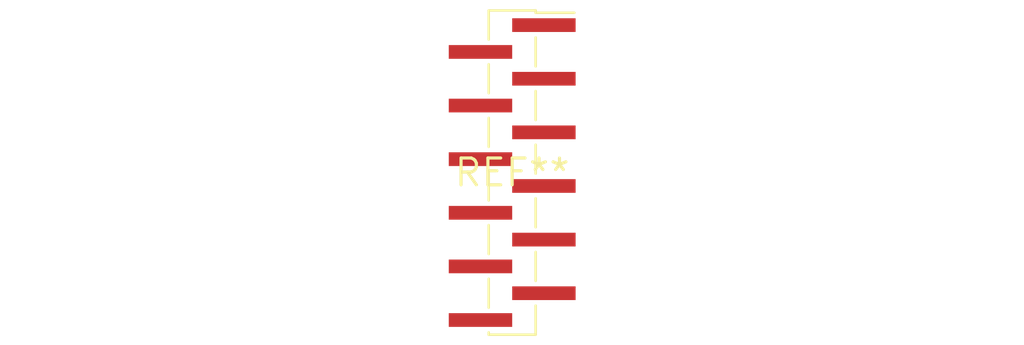
<source format=kicad_pcb>
(kicad_pcb (version 20240108) (generator pcbnew)
  (layers (0 "F.Cu" signal) (31 "B.Cu" signal) (34 "B.Paste" user) (35 "F.Paste" user) (36 "B.SilkS" user "B.Silkscreen") (37 "F.SilkS" user "F.Silkscreen") (38 "B.Mask" user) (39 "F.Mask" user) (44 "Edge.Cuts" user))
  (net 0 "")
  (footprint "PinHeader_1x12_P1.27mm_Vertical_SMD_Pin1Right" (layer "F.Cu") (at 0 0)
    (property "Reference" "REF**")
    (property "Value" "PinHeader_1x12_P1.27mm_Vertical_SMD_Pin1Right")
    (fp_line (start -1.11 -7.68) (end 1.11 -7.68) (layer "F.SilkS") (stroke (width 0.12)))
    (fp_line (start -1.11 -7.67) (end -1.11 -6.3) (layer "F.SilkS") (stroke (width 0.12)))
    (fp_line (start -1.11 -5.13) (end -1.11 -3.76) (layer "F.SilkS") (stroke (width 0.12)))
    (fp_line (start -1.11 -2.59) (end -1.11 -1.22) (layer "F.SilkS") (stroke (width 0.12)))
    (fp_line (start -1.11 -0.05) (end -1.11 1.32) (layer "F.SilkS") (stroke (width 0.12)))
    (fp_line (start -1.11 2.49) (end -1.11 3.86) (layer "F.SilkS") (stroke (width 0.12)))
    (fp_line (start -1.11 5.03) (end -1.11 6.4) (layer "F.SilkS") (stroke (width 0.12)))
    (fp_line (start -1.11 7.57) (end -1.11 7.68) (layer "F.SilkS") (stroke (width 0.12)))
    (fp_line (start -1.11 7.68) (end 1.11 7.68) (layer "F.SilkS") (stroke (width 0.12)))
    (fp_line (start 1.11 -7.68) (end 1.11 -7.57) (layer "F.SilkS") (stroke (width 0.12)))
    (fp_line (start 1.11 -7.57) (end 2.94 -7.57) (layer "F.SilkS") (stroke (width 0.12)))
    (fp_line (start 1.11 -6.4) (end 1.11 -5.03) (layer "F.SilkS") (stroke (width 0.12)))
    (fp_line (start 1.11 -3.86) (end 1.11 -2.49) (layer "F.SilkS") (stroke (width 0.12)))
    (fp_line (start 1.11 -1.32) (end 1.11 0.05) (layer "F.SilkS") (stroke (width 0.12)))
    (fp_line (start 1.11 1.22) (end 1.11 2.59) (layer "F.SilkS") (stroke (width 0.12)))
    (fp_line (start 1.11 3.76) (end 1.11 5.13) (layer "F.SilkS") (stroke (width 0.12)))
    (fp_line (start 1.11 6.3) (end 1.11 7.67) (layer "F.SilkS") (stroke (width 0.12)))
    (pad "1" smd rect (at 1.5 -6.985) (size 3 0.65) (layers "F.Cu" "F.Paste" "F.Mask"))
    (pad "2" smd rect (at -1.5 -5.715) (size 3 0.65) (layers "F.Cu" "F.Paste" "F.Mask"))
    (pad "3" smd rect (at 1.5 -4.445) (size 3 0.65) (layers "F.Cu" "F.Paste" "F.Mask"))
    (pad "4" smd rect (at -1.5 -3.175) (size 3 0.65) (layers "F.Cu" "F.Paste" "F.Mask"))
    (pad "5" smd rect (at 1.5 -1.905) (size 3 0.65) (layers "F.Cu" "F.Paste" "F.Mask"))
    (pad "6" smd rect (at -1.5 -0.635) (size 3 0.65) (layers "F.Cu" "F.Paste" "F.Mask"))
    (pad "7" smd rect (at 1.5 0.635) (size 3 0.65) (layers "F.Cu" "F.Paste" "F.Mask"))
    (pad "8" smd rect (at -1.5 1.905) (size 3 0.65) (layers "F.Cu" "F.Paste" "F.Mask"))
    (pad "9" smd rect (at 1.5 3.175) (size 3 0.65) (layers "F.Cu" "F.Paste" "F.Mask"))
    (pad "10" smd rect (at -1.5 4.445) (size 3 0.65) (layers "F.Cu" "F.Paste" "F.Mask"))
    (pad "11" smd rect (at 1.5 5.715) (size 3 0.65) (layers "F.Cu" "F.Paste" "F.Mask"))
    (pad "12" smd rect (at -1.5 6.985) (size 3 0.65) (layers "F.Cu" "F.Paste" "F.Mask"))
  )
)
</source>
